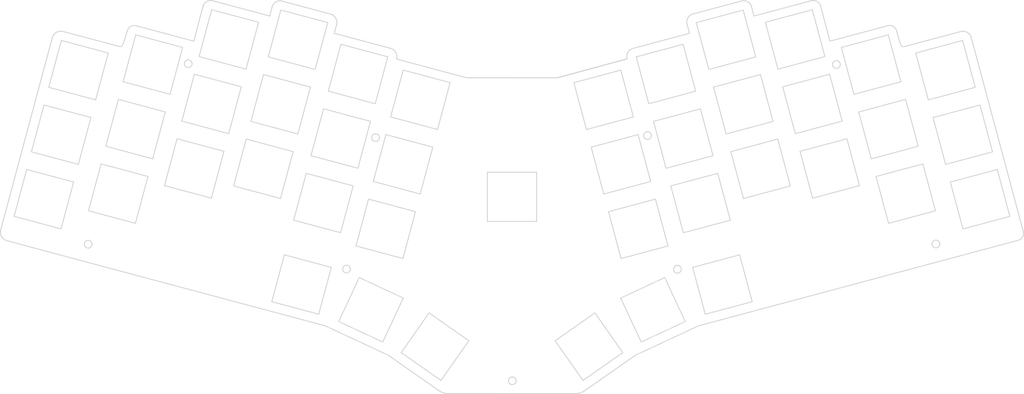
<source format=kicad_pcb>
(kicad_pcb (version 20171130) (host pcbnew "(5.1.10)-1")

  (general
    (thickness 1.6)
    (drawings 288)
    (tracks 0)
    (zones 0)
    (modules 0)
    (nets 1)
  )

  (page A4)
  (layers
    (0 F.Cu signal)
    (31 B.Cu signal)
    (32 B.Adhes user)
    (33 F.Adhes user)
    (34 B.Paste user)
    (35 F.Paste user)
    (36 B.SilkS user)
    (37 F.SilkS user)
    (38 B.Mask user)
    (39 F.Mask user)
    (40 Dwgs.User user)
    (41 Cmts.User user)
    (42 Eco1.User user)
    (43 Eco2.User user)
    (44 Edge.Cuts user)
    (45 Margin user)
    (46 B.CrtYd user)
    (47 F.CrtYd user)
    (48 B.Fab user)
    (49 F.Fab user)
  )

  (setup
    (last_trace_width 0.254)
    (trace_clearance 0.2)
    (zone_clearance 0.508)
    (zone_45_only no)
    (trace_min 0.2)
    (via_size 0.8)
    (via_drill 0.4)
    (via_min_size 0.4)
    (via_min_drill 0.3)
    (uvia_size 0.3)
    (uvia_drill 0.1)
    (uvias_allowed no)
    (uvia_min_size 0.2)
    (uvia_min_drill 0.1)
    (edge_width 0.05)
    (segment_width 0.2)
    (pcb_text_width 0.3)
    (pcb_text_size 1.5 1.5)
    (mod_edge_width 0.12)
    (mod_text_size 1 1)
    (mod_text_width 0.15)
    (pad_size 1.524 1.524)
    (pad_drill 0.762)
    (pad_to_mask_clearance 0)
    (aux_axis_origin 0 0)
    (visible_elements 7FFFFFFF)
    (pcbplotparams
      (layerselection 0x010fc_ffffffff)
      (usegerberextensions false)
      (usegerberattributes true)
      (usegerberadvancedattributes true)
      (creategerberjobfile true)
      (excludeedgelayer true)
      (linewidth 0.100000)
      (plotframeref false)
      (viasonmask false)
      (mode 1)
      (useauxorigin false)
      (hpglpennumber 1)
      (hpglpenspeed 20)
      (hpglpendiameter 15.000000)
      (psnegative false)
      (psa4output false)
      (plotreference true)
      (plotvalue true)
      (plotinvisibletext false)
      (padsonsilk false)
      (subtractmaskfromsilk false)
      (outputformat 1)
      (mirror false)
      (drillshape 0)
      (scaleselection 1)
      (outputdirectory "gerbers/"))
  )

  (net 0 "")

  (net_class Default "This is the default net class."
    (clearance 0.2)
    (trace_width 0.254)
    (via_dia 0.8)
    (via_drill 0.4)
    (uvia_dia 0.3)
    (uvia_drill 0.1)
  )

  (net_class Power ""
    (clearance 0.2)
    (trace_width 0.381)
    (via_dia 0.8)
    (via_drill 0.4)
    (uvia_dia 0.3)
    (uvia_drill 0.1)
  )

  (gr_curve (pts (xy 114.828071 58.759979) (xy 115.151718 59.333787) (xy 115.230816 60.013705) (xy 115.047537 60.646486)) (layer Edge.Cuts) (width 0.25))
  (gr_curve (pts (xy 79.708804 45.797942) (xy 79.86043 45.20784) (xy 80.241738 44.702876) (xy 80.767802 44.395519)) (layer Edge.Cuts) (width 0.25))
  (gr_curve (pts (xy 80.767802 44.395519) (xy 81.293866 44.088162) (xy 81.920995 44.003939) (xy 82.509512 44.161607)) (layer Edge.Cuts) (width 0.25))
  (gr_line (start 98.011607 50.909408) (end 97.341197 53.313506) (layer Edge.Cuts) (width 0.25))
  (gr_line (start 57.450497 55.563947) (end 60.062415 45.661554) (layer Edge.Cuts) (width 0.25))
  (gr_curve (pts (xy 38.488102 52.716419) (xy 38.799953 51.566905) (xy 39.980852 50.883674) (xy 41.131345 51.191901)) (layer Edge.Cuts) (width 0.25))
  (gr_line (start 127.06779 154.960191) (end 112.685337 144.888027) (layer Edge.Cuts) (width 0.25))
  (gr_line (start 165.855782 155.817649) (end 129.778917 155.815208) (layer Edge.Cuts) (width 0.25))
  (gr_curve (pts (xy 96.263841 47.846514) (xy 96.903656 48.017927) (xy 97.448362 48.438071) (xy 97.776646 49.013376)) (layer Edge.Cuts) (width 0.25))
  (gr_curve (pts (xy 61.108637 44.289785) (xy 61.62588 43.989804) (xy 62.241297 43.90817) (xy 62.818861 44.062926)) (layer Edge.Cuts) (width 0.25))
  (gr_line (start 115.047537 60.646486) (end 134.91542 65.967787) (layer Edge.Cuts) (width 0.25))
  (gr_line (start 62.818861 44.062926) (end 79.037957 48.408766) (layer Edge.Cuts) (width 0.25))
  (gr_curve (pts (xy 36.299914 57.065087) (xy 37.138732 57.289847) (xy 37.365168 56.855665) (xy 38.488102 52.716419)) (layer Edge.Cuts) (width 0.25))
  (gr_line (start 112.685337 144.888027) (end 94.765637 136.531427) (layer Edge.Cuts) (width 0.25))
  (gr_curve (pts (xy 4.41232 112.343868) (xy 3.047632 111.977323) (xy 2.237893 110.573716) (xy 2.603715 109.208831)) (layer Edge.Cuts) (width 0.25))
  (gr_curve (pts (xy 129.778917 155.815208) (xy 128.808884 155.815143) (xy 127.862357 155.516633) (xy 127.06779 154.960191)) (layer Edge.Cuts) (width 0.25))
  (gr_line (start 2.603715 109.208831) (end 17.241178 54.596336) (layer Edge.Cuts) (width 0.25))
  (gr_line (start 82.509512 44.161607) (end 96.263841 47.846514) (layer Edge.Cuts) (width 0.25))
  (gr_curve (pts (xy 17.241178 54.596336) (xy 17.599749 53.258504) (xy 18.973572 52.463373) (xy 20.312214 52.818904)) (layer Edge.Cuts) (width 0.25))
  (gr_line (start 79.037957 48.408766) (end 79.708804 45.797942) (layer Edge.Cuts) (width 0.25))
  (gr_curve (pts (xy 97.776646 49.013376) (xy 98.10493 49.588681) (xy 98.189531 50.271372) (xy 98.011607 50.909408)) (layer Edge.Cuts) (width 0.25))
  (gr_line (start 97.341197 53.313506) (end 113.327114 57.596276) (layer Edge.Cuts) (width 0.25))
  (gr_line (start 41.131345 51.191901) (end 57.450497 55.563947) (layer Edge.Cuts) (width 0.25))
  (gr_curve (pts (xy 94.765637 136.531427) (xy 28.305331 118.758018) (xy 25.934592 118.12459) (xy 4.41232 112.343868)) (layer Edge.Cuts) (width 0.25))
  (gr_curve (pts (xy 113.327114 57.596276) (xy 113.963462 57.766759) (xy 114.504423 58.18617) (xy 114.828071 58.759979)) (layer Edge.Cuts) (width 0.25))
  (gr_curve (pts (xy 60.062415 45.661554) (xy 60.214915 45.08339) (xy 60.591393 44.589765) (xy 61.108637 44.289785)) (layer Edge.Cuts) (width 0.25))
  (gr_line (start 20.312214 52.818904) (end 36.299914 57.065087) (layer Edge.Cuts) (width 0.25))
  (gr_line (start 134.91542 65.967787) (end 160.7142 65.972867) (layer Edge.Cuts) (width 0.25))
  (gr_line (start 198.2935 53.316046) (end 197.598594 50.84842) (layer Edge.Cuts) (width 0.25))
  (gr_curve (pts (xy 186.349536 81.293869) (xy 185.904922 81.293869) (xy 185.504088 81.561698) (xy 185.333942 81.972467)) (layer Edge.Cuts) (width 0.25))
  (gr_line (start 216.599282 48.411306) (end 232.876831 44.049804) (layer Edge.Cuts) (width 0.25))
  (gr_curve (pts (xy 267.512117 114.040332) (xy 267.826506 114.354721) (xy 268.299323 114.44877) (xy 268.710093 114.278624)) (layer Edge.Cuts) (width 0.25))
  (gr_curve (pts (xy 214.82978 44.374243) (xy 215.370203 44.68863) (xy 215.762872 45.205626) (xy 215.920716 45.81059)) (layer Edge.Cuts) (width 0.25))
  (gr_curve (pts (xy 232.876831 44.049804) (xy 233.438914 43.899196) (xy 234.037834 43.978642) (xy 234.541213 44.270581)) (layer Edge.Cuts) (width 0.25))
  (gr_line (start 240.019479 61.093783) (end 240.019479 61.093783) (layer Edge.Cuts) (width 0.25))
  (gr_curve (pts (xy 268.710093 114.278624) (xy 269.120861 114.108478) (xy 269.38869 113.707644) (xy 269.38869 113.26303)) (layer Edge.Cuts) (width 0.25))
  (gr_curve (pts (xy 186.770208 83.408734) (xy 187.180978 83.238588) (xy 187.448806 82.837754) (xy 187.448806 82.39314)) (layer Edge.Cuts) (width 0.25))
  (gr_curve (pts (xy 101.606803 119.625668) (xy 101.40065 119.419515) (xy 101.121046 119.303699) (xy 100.829501 119.303699)) (layer Edge.Cuts) (width 0.25))
  (gr_line (start 182.259544 57.612279) (end 198.2935 53.316046) (layer Edge.Cuts) (width 0.25))
  (gr_line (start 268.28942 112.163759) (end 268.28942 112.163759) (layer Edge.Cuts) (width 0.25))
  (gr_line (start 100.829501 119.303699) (end 100.829501 119.303699) (layer Edge.Cuts) (width 0.25))
  (gr_curve (pts (xy 240.796781 61.415752) (xy 240.590628 61.209598) (xy 240.311024 61.093783) (xy 240.019479 61.093783)) (layer Edge.Cuts) (width 0.25))
  (gr_curve (pts (xy 239.242177 62.970355) (xy 239.556566 63.284745) (xy 240.029382 63.378794) (xy 240.440152 63.208647)) (layer Edge.Cuts) (width 0.25))
  (gr_curve (pts (xy 269.38869 113.26303) (xy 269.38869 112.971485) (xy 269.272875 112.691882) (xy 269.066722 112.485728)) (layer Edge.Cuts) (width 0.25))
  (gr_curve (pts (xy 194.092407 121.230307) (xy 194.406796 121.544697) (xy 194.879612 121.638746) (xy 195.290382 121.468599)) (layer Edge.Cuts) (width 0.25))
  (gr_line (start 278.336365 54.537416) (end 293.141593 109.747589) (layer Edge.Cuts) (width 0.25))
  (gr_curve (pts (xy 180.784056 58.75231) (xy 181.103586 58.190228) (xy 181.635017 57.779619) (xy 182.259544 57.612279)) (layer Edge.Cuts) (width 0.25))
  (gr_line (start 235.559391 45.60558) (end 238.186742 55.566487) (layer Edge.Cuts) (width 0.25))
  (gr_curve (pts (xy 185.572234 83.170442) (xy 185.886623 83.484831) (xy 186.359439 83.57888) (xy 186.770208 83.408734)) (layer Edge.Cuts) (width 0.25))
  (gr_curve (pts (xy 147.939645 151.063859) (xy 147.495032 151.063859) (xy 147.094198 151.331688) (xy 146.924052 151.742457)) (layer Edge.Cuts) (width 0.25))
  (gr_curve (pts (xy 148.716947 151.385828) (xy 148.510794 151.179675) (xy 148.23119 151.063859) (xy 147.939645 151.063859)) (layer Edge.Cuts) (width 0.25))
  (gr_curve (pts (xy 195.96898 120.453006) (xy 195.96898 119.845895) (xy 195.47682 119.353735) (xy 194.869709 119.353735)) (layer Edge.Cuts) (width 0.25))
  (gr_curve (pts (xy 257.115731 52.590489) (xy 258.394366 57.284291) (xy 258.482658 57.259019) (xy 259.294137 57.103187)) (layer Edge.Cuts) (width 0.25))
  (gr_curve (pts (xy 197.598594 50.84842) (xy 197.420588 50.21632) (xy 197.503172 49.539258) (xy 197.827898 48.968478)) (layer Edge.Cuts) (width 0.25))
  (gr_line (start 199.326744 47.810798) (end 213.041928 44.135872) (layer Edge.Cuts) (width 0.25))
  (gr_curve (pts (xy 213.041928 44.135872) (xy 213.645842 43.974056) (xy 214.289358 44.059855) (xy 214.82978 44.374243)) (layer Edge.Cuts) (width 0.25))
  (gr_curve (pts (xy 197.827898 48.968478) (xy 198.152623 48.397699) (xy 198.692433 47.980759) (xy 199.326744 47.810798)) (layer Edge.Cuts) (width 0.25))
  (gr_line (start 194.869709 119.353735) (end 194.869709 119.353735) (layer Edge.Cuts) (width 0.25))
  (gr_curve (pts (xy 240.019479 61.093783) (xy 239.574866 61.093783) (xy 239.174031 61.361611) (xy 239.003885 61.772381)) (layer Edge.Cuts) (width 0.25))
  (gr_curve (pts (xy 194.869709 119.353735) (xy 194.425096 119.353735) (xy 194.024261 119.621563) (xy 193.854115 120.032333)) (layer Edge.Cuts) (width 0.25))
  (gr_curve (pts (xy 241.11875 62.193054) (xy 241.11875 61.901509) (xy 241.002934 61.621905) (xy 240.796781 61.415752)) (layer Edge.Cuts) (width 0.25))
  (gr_curve (pts (xy 240.440152 63.208647) (xy 240.850921 63.038501) (xy 241.11875 62.637667) (xy 241.11875 62.193054)) (layer Edge.Cuts) (width 0.25))
  (gr_curve (pts (xy 147.162344 152.940432) (xy 147.476733 153.254821) (xy 147.949549 153.34887) (xy 148.360318 153.178724)) (layer Edge.Cuts) (width 0.25))
  (gr_line (start 186.349536 81.293869) (end 186.349536 81.293869) (layer Edge.Cuts) (width 0.25))
  (gr_curve (pts (xy 185.333942 81.972467) (xy 185.163796 82.383237) (xy 185.257844 82.856053) (xy 185.572234 83.170442)) (layer Edge.Cuts) (width 0.25))
  (gr_curve (pts (xy 149.038916 152.16313) (xy 149.038916 151.871585) (xy 148.923101 151.591982) (xy 148.716947 151.385828)) (layer Edge.Cuts) (width 0.25))
  (gr_curve (pts (xy 146.924052 151.742457) (xy 146.753905 152.153227) (xy 146.847954 152.626043) (xy 147.162344 152.940432)) (layer Edge.Cuts) (width 0.25))
  (gr_curve (pts (xy 239.003885 61.772381) (xy 238.833739 62.18315) (xy 238.927788 62.655966) (xy 239.242177 62.970355)) (layer Edge.Cuts) (width 0.25))
  (gr_curve (pts (xy 268.28942 112.163759) (xy 267.844806 112.163759) (xy 267.443972 112.431588) (xy 267.273825 112.842357)) (layer Edge.Cuts) (width 0.25))
  (gr_curve (pts (xy 267.273825 112.842357) (xy 267.10368 113.253127) (xy 267.197729 113.725943) (xy 267.512117 114.040332)) (layer Edge.Cuts) (width 0.25))
  (gr_line (start 27.449668 112.223703) (end 27.449668 112.223703) (layer Edge.Cuts) (width 0.25))
  (gr_line (start 147.939645 151.063859) (end 147.939645 151.063859) (layer Edge.Cuts) (width 0.25))
  (gr_line (start 182.9519 144.890671) (end 168.566975 154.962926) (layer Edge.Cuts) (width 0.25))
  (gr_curve (pts (xy 187.448806 82.39314) (xy 187.448806 81.78603) (xy 186.956646 81.293869) (xy 186.349536 81.293869)) (layer Edge.Cuts) (width 0.25))
  (gr_line (start 215.920716 45.81059) (end 216.599282 48.411306) (layer Edge.Cuts) (width 0.25))
  (gr_curve (pts (xy 180.55922 60.603305) (xy 180.383546 59.981071) (xy 180.464526 59.314392) (xy 180.784056 58.75231)) (layer Edge.Cuts) (width 0.25))
  (gr_curve (pts (xy 195.290382 121.468599) (xy 195.701151 121.298453) (xy 195.96898 120.897619) (xy 195.96898 120.453006)) (layer Edge.Cuts) (width 0.25))
  (gr_curve (pts (xy 168.566975 154.962926) (xy 167.772369 155.519306) (xy 166.825811 155.817715) (xy 165.855782 155.817649)) (layer Edge.Cuts) (width 0.25))
  (gr_curve (pts (xy 254.630936 51.160331) (xy 255.710964 50.870942) (xy 256.821853 51.511676) (xy 257.115731 52.590489)) (layer Edge.Cuts) (width 0.25))
  (gr_line (start 180.55922 60.603307) (end 180.55922 60.603305) (layer Edge.Cuts) (width 0.25))
  (gr_curve (pts (xy 269.066722 112.485728) (xy 268.860569 112.279575) (xy 268.580964 112.163759) (xy 268.28942 112.163759)) (layer Edge.Cuts) (width 0.25))
  (gr_curve (pts (xy 193.854115 120.032333) (xy 193.683969 120.443102) (xy 193.778018 120.915918) (xy 194.092407 121.230307)) (layer Edge.Cuts) (width 0.25))
  (gr_line (start 160.7142 65.972867) (end 180.55922 60.603307) (layer Edge.Cuts) (width 0.25))
  (gr_line (start 238.186742 55.566487) (end 254.630936 51.160331) (layer Edge.Cuts) (width 0.25))
  (gr_curve (pts (xy 234.541213 44.270581) (xy 235.044592 44.562521) (xy 235.410979 45.042914) (xy 235.559391 45.60558)) (layer Edge.Cuts) (width 0.25))
  (gr_line (start 200.869062 136.534071) (end 182.9519 144.890671) (layer Edge.Cuts) (width 0.25))
  (gr_curve (pts (xy 291.732756 112.188445) (xy 251.766921 122.898904) (xy 250.987565 123.107054) (xy 200.869062 136.534071)) (layer Edge.Cuts) (width 0.25))
  (gr_curve (pts (xy 293.141593 109.747589) (xy 293.426682 110.810715) (xy 292.795924 111.903526) (xy 291.732756 112.188445)) (layer Edge.Cuts) (width 0.25))
  (gr_line (start 259.294137 57.103187) (end 275.369111 52.8217) (layer Edge.Cuts) (width 0.25))
  (gr_curve (pts (xy 275.369111 52.8217) (xy 276.662116 52.477314) (xy 277.989788 53.244997) (xy 278.336365 54.537416)) (layer Edge.Cuts) (width 0.25))
  (gr_curve (pts (xy 148.360318 153.178724) (xy 148.771088 153.008578) (xy 149.038916 152.607744) (xy 149.038916 152.16313)) (layer Edge.Cuts) (width 0.25))
  (gr_line (start 254.76646 53.7775) (end 258.337699 67.10742) (layer Edge.Cuts) (width 0.25))
  (gr_line (start 75.85902 50.19102) (end 72.28778 63.52094) (layer Edge.Cuts) (width 0.25))
  (gr_line (start 130.268359 67.35634) (end 116.93844 63.7851) (layer Edge.Cuts) (width 0.25))
  (gr_line (start 113.3672 77.11502) (end 126.69712 80.68626) (layer Edge.Cuts) (width 0.25))
  (gr_curve (pts (xy 27.449668 114.422245) (xy 28.056779 114.422245) (xy 28.548939 113.930085) (xy 28.548939 113.322974)) (layer Edge.Cuts) (width 0.25))
  (gr_line (start 169.00844 80.6888) (end 182.33836 77.11756) (layer Edge.Cuts) (width 0.25))
  (gr_line (start 70.94158 68.54252) (end 57.61166 64.97128) (layer Edge.Cuts) (width 0.25))
  (gr_curve (pts (xy 100.052199 121.180272) (xy 100.366588 121.494661) (xy 100.839404 121.58871) (xy 101.250174 121.418564)) (layer Edge.Cuts) (width 0.25))
  (gr_curve (pts (xy 28.548939 113.322974) (xy 28.548939 113.031429) (xy 28.433123 112.751826) (xy 28.22697 112.545672)) (layer Edge.Cuts) (width 0.25))
  (gr_curve (pts (xy 26.350397 113.322974) (xy 26.350397 113.930085) (xy 26.842557 114.422245) (xy 27.449668 114.422245)) (layer Edge.Cuts) (width 0.25))
  (gr_curve (pts (xy 55.092172 62.75034) (xy 55.406561 63.064729) (xy 55.879377 63.158778) (xy 56.290147 62.988632)) (layer Edge.Cuts) (width 0.25))
  (gr_line (start 213.5321 46.70868) (end 200.20218 50.27992) (layer Edge.Cuts) (width 0.25))
  (gr_line (start 95.50592 50.27738) (end 82.176 46.70614) (layer Edge.Cuts) (width 0.25))
  (gr_curve (pts (xy 109.510254 84.018588) (xy 109.921023 83.848442) (xy 110.188852 83.447608) (xy 110.188852 83.002994)) (layer Edge.Cuts) (width 0.25))
  (gr_line (start 213.5321 46.70868) (end 217.10334 60.0386) (layer Edge.Cuts) (width 0.25))
  (gr_curve (pts (xy 56.646776 61.195735) (xy 56.440623 60.989583) (xy 56.161019 60.873767) (xy 55.869474 60.873767)) (layer Edge.Cuts) (width 0.25))
  (gr_line (start 160.72042 65.97712) (end 180.56544 60.60756) (layer Edge.Cuts) (width 0.25))
  (gr_line (start 178.76712 63.78764) (end 182.33836 77.11756) (layer Edge.Cuts) (width 0.25))
  (gr_curve (pts (xy 108.312279 83.780296) (xy 108.626668 84.094685) (xy 109.099484 84.188734) (xy 109.510254 84.018588)) (layer Edge.Cuts) (width 0.25))
  (gr_curve (pts (xy 109.089581 81.903723) (xy 108.644967 81.903723) (xy 108.244133 82.171552) (xy 108.073987 82.582321)) (layer Edge.Cuts) (width 0.25))
  (gr_line (start 233.179 46.61978) (end 236.75024 59.9497) (layer Edge.Cuts) (width 0.25))
  (gr_line (start 75.85902 50.19102) (end 62.5291 46.61724) (layer Edge.Cuts) (width 0.25))
  (gr_line (start 223.42032 63.52094) (end 236.75024 59.9497) (layer Edge.Cuts) (width 0.25))
  (gr_line (start 95.50592 50.27738) (end 91.93214 63.6073) (layer Edge.Cuts) (width 0.25))
  (gr_line (start 78.60476 60.03606) (end 82.176 46.70614) (layer Edge.Cuts) (width 0.25))
  (gr_line (start 223.42032 63.52094) (end 219.84908 50.19102) (layer Edge.Cuts) (width 0.25))
  (gr_line (start 254.76646 53.7775) (end 241.43654 57.34874) (layer Edge.Cuts) (width 0.25))
  (gr_curve (pts (xy 55.869474 60.873767) (xy 55.42486 60.873767) (xy 55.024026 61.141595) (xy 54.85388 61.552365)) (layer Edge.Cuts) (width 0.25))
  (gr_curve (pts (xy 101.250174 121.418564) (xy 101.660943 121.248418) (xy 101.928772 120.847584) (xy 101.928772 120.40297)) (layer Edge.Cuts) (width 0.25))
  (gr_curve (pts (xy 99.813907 119.982297) (xy 99.643761 120.393067) (xy 99.73781 120.865883) (xy 100.052199 121.180272)) (layer Edge.Cuts) (width 0.25))
  (gr_curve (pts (xy 100.829501 119.303699) (xy 100.384887 119.303699) (xy 99.984053 119.571528) (xy 99.813907 119.982297)) (layer Edge.Cuts) (width 0.25))
  (gr_line (start 55.869474 60.873767) (end 55.869474 60.873767) (layer Edge.Cuts) (width 0.25))
  (gr_line (start 54.04042 78.3012) (end 57.61166 64.97128) (layer Edge.Cuts) (width 0.25))
  (gr_curve (pts (xy 28.22697 112.545672) (xy 28.020817 112.339519) (xy 27.741213 112.223703) (xy 27.449668 112.223703)) (layer Edge.Cuts) (width 0.25))
  (gr_curve (pts (xy 27.449668 112.223703) (xy 26.842557 112.223703) (xy 26.350397 112.715864) (xy 26.350397 113.322974)) (layer Edge.Cuts) (width 0.25))
  (gr_curve (pts (xy 108.073987 82.582321) (xy 107.903841 82.993091) (xy 107.99789 83.465907) (xy 108.312279 83.780296)) (layer Edge.Cuts) (width 0.25))
  (gr_line (start 58.95786 59.94716) (end 62.5291 46.61724) (layer Edge.Cuts) (width 0.25))
  (gr_line (start 130.268359 67.35634) (end 126.69712 80.68626) (layer Edge.Cuts) (width 0.25))
  (gr_line (start 169.00844 80.6888) (end 165.4372 67.35888) (layer Edge.Cuts) (width 0.25))
  (gr_line (start 203.77342 63.60984) (end 200.20218 50.27992) (layer Edge.Cuts) (width 0.25))
  (gr_line (start 109.089581 81.903723) (end 109.089581 81.903723) (layer Edge.Cuts) (width 0.25))
  (gr_line (start 49.35412 75.70024) (end 45.78034 89.02762) (layer Edge.Cuts) (width 0.25))
  (gr_line (start 58.95786 59.94716) (end 72.28778 63.52094) (layer Edge.Cuts) (width 0.25))
  (gr_line (start 32.45042 85.45638) (end 36.0242 72.12646) (layer Edge.Cuts) (width 0.25))
  (gr_line (start 54.27156 57.3462) (end 40.94164 53.77496) (layer Edge.Cuts) (width 0.25))
  (gr_curve (pts (xy 56.968745 61.973038) (xy 56.968745 61.681493) (xy 56.852929 61.40189) (xy 56.646776 61.195735)) (layer Edge.Cuts) (width 0.25))
  (gr_line (start 203.77342 63.60984) (end 217.10334 60.0386) (layer Edge.Cuts) (width 0.25))
  (gr_curve (pts (xy 56.290147 62.988632) (xy 56.700916 62.818486) (xy 56.968745 62.417652) (xy 56.968745 61.973038)) (layer Edge.Cuts) (width 0.25))
  (gr_curve (pts (xy 109.866883 82.225692) (xy 109.66073 82.019539) (xy 109.381126 81.903723) (xy 109.089581 81.903723)) (layer Edge.Cuts) (width 0.25))
  (gr_line (start 78.60476 60.03606) (end 91.93214 63.6073) (layer Edge.Cuts) (width 0.25))
  (gr_curve (pts (xy 54.85388 61.552365) (xy 54.683734 61.963135) (xy 54.777783 62.435951) (xy 55.092172 62.75034)) (layer Edge.Cuts) (width 0.25))
  (gr_curve (pts (xy 110.188852 83.002994) (xy 110.188852 82.711449) (xy 110.073036 82.431846) (xy 109.866883 82.225692)) (layer Edge.Cuts) (width 0.25))
  (gr_line (start 37.36786 67.10488) (end 40.94164 53.77496) (layer Edge.Cuts) (width 0.25))
  (gr_line (start 178.76712 63.78764) (end 165.4372 67.35888) (layer Edge.Cuts) (width 0.25))
  (gr_line (start 245.00778 70.67866) (end 258.337699 67.10742) (layer Edge.Cuts) (width 0.25))
  (gr_line (start 245.00778 70.67866) (end 241.43654 57.34874) (layer Edge.Cuts) (width 0.25))
  (gr_line (start 233.179 46.61978) (end 219.84908 50.19102) (layer Edge.Cuts) (width 0.25))
  (gr_line (start 49.35412 75.70024) (end 36.0242 72.12646) (layer Edge.Cuts) (width 0.25))
  (gr_line (start 32.45042 85.45638) (end 45.78034 89.02762) (layer Edge.Cuts) (width 0.25))
  (gr_curve (pts (xy 101.928772 120.40297) (xy 101.928772 120.111425) (xy 101.812956 119.831822) (xy 101.606803 119.625668)) (layer Edge.Cuts) (width 0.25))
  (gr_line (start 113.3672 77.11502) (end 116.93844 63.7851) (layer Edge.Cuts) (width 0.25))
  (gr_line (start 54.04042 78.3012) (end 67.37034 81.87244) (layer Edge.Cuts) (width 0.25))
  (gr_line (start 37.36786 67.10488) (end 50.69778 70.67612) (layer Edge.Cuts) (width 0.25))
  (gr_line (start 54.27156 57.3462) (end 50.69778 70.67612) (layer Edge.Cuts) (width 0.25))
  (gr_line (start 90.58848 68.63142) (end 87.0147 81.96134) (layer Edge.Cuts) (width 0.25))
  (gr_line (start 243.01388 83.32532) (end 246.58512 96.65524) (layer Edge.Cuts) (width 0.25))
  (gr_line (start 125.35092 85.71038) (end 112.021 82.13914) (layer Edge.Cuts) (width 0.25))
  (gr_line (start 68.767339 96.7416) (end 82.09726 100.31284) (layer Edge.Cuts) (width 0.25))
  (gr_line (start 201.3909 74.8087) (end 204.96214 88.13862) (layer Edge.Cuts) (width 0.25))
  (gr_line (start 254.84266 107.3842) (end 268.17258 103.81296) (layer Edge.Cuts) (width 0.25))
  (gr_line (start 213.6083 100.31538) (end 226.93822 96.74414) (layer Edge.Cuts) (width 0.25))
  (gr_line (start 120.43348 104.06188) (end 116.86224 117.3918) (layer Edge.Cuts) (width 0.25))
  (gr_line (start 108.44976 95.46906) (end 112.021 82.13914) (layer Edge.Cuts) (width 0.25))
  (gr_line (start 183.68456 82.14168) (end 170.35464 85.71292) (layer Edge.Cuts) (width 0.25))
  (gr_line (start 103.53232 113.82056) (end 116.86224 117.3918) (layer Edge.Cuts) (width 0.25))
  (gr_line (start 183.68456 82.14168) (end 187.2558 95.4716) (layer Edge.Cuts) (width 0.25))
  (gr_line (start 259.683899 72.129) (end 246.35398 75.70024) (layer Edge.Cuts) (width 0.25))
  (gr_line (start 201.3909 74.8087) (end 188.06098 78.37994) (layer Edge.Cuts) (width 0.25))
  (gr_line (start 208.69086 81.96134) (end 205.11962 68.63396) (layer Edge.Cuts) (width 0.25))
  (gr_line (start 206.30834 93.1602) (end 192.97842 96.73144) (layer Edge.Cuts) (width 0.25))
  (gr_line (start 191.63222 91.70986) (end 188.06098 78.37994) (layer Edge.Cuts) (width 0.25))
  (gr_line (start 264.601339 90.48304) (end 251.27142 94.05428) (layer Edge.Cuts) (width 0.25))
  (gr_line (start 66.02414 86.89402) (end 52.69422 83.32278) (layer Edge.Cuts) (width 0.25))
  (gr_line (start 218.44954 65.06018) (end 205.11962 68.63396) (layer Edge.Cuts) (width 0.25))
  (gr_line (start 218.44954 65.06018) (end 222.02078 78.3901) (layer Edge.Cuts) (width 0.25))
  (gr_line (start 249.92522 89.03016) (end 263.255139 85.45892) (layer Edge.Cuts) (width 0.25))
  (gr_line (start 44.43668 94.05174) (end 31.10676 90.4805) (layer Edge.Cuts) (width 0.25))
  (gr_line (start 27.53298 103.81042) (end 40.8629 107.38166) (layer Edge.Cuts) (width 0.25))
  (gr_line (start 27.53298 103.81042) (end 31.10676 90.4805) (layer Edge.Cuts) (width 0.25))
  (gr_line (start 120.43348 104.06188) (end 107.10356 100.49064) (layer Edge.Cuts) (width 0.25))
  (gr_line (start 196.54966 110.06136) (end 192.97842 96.73144) (layer Edge.Cuts) (width 0.25))
  (gr_line (start 85.67104 86.98292) (end 82.09726 100.31284) (layer Edge.Cuts) (width 0.25))
  (gr_line (start 44.43668 94.05174) (end 40.8629 107.38166) (layer Edge.Cuts) (width 0.25))
  (gr_line (start 243.01388 83.32532) (end 229.68396 86.89656) (layer Edge.Cuts) (width 0.25))
  (gr_line (start 213.6083 100.31538) (end 210.03706 86.98546) (layer Edge.Cuts) (width 0.25))
  (gr_line (start 103.53232 113.82056) (end 107.10356 100.49064) (layer Edge.Cuts) (width 0.25))
  (gr_line (start 196.54966 110.06136) (end 209.87958 106.49012) (layer Edge.Cuts) (width 0.25))
  (gr_line (start 233.2552 100.22648) (end 229.68396 86.89656) (layer Edge.Cuts) (width 0.25))
  (gr_line (start 68.767339 96.7416) (end 72.34112 83.41168) (layer Edge.Cuts) (width 0.25))
  (gr_line (start 238.09644 64.97382) (end 224.76652 68.54506) (layer Edge.Cuts) (width 0.25))
  (gr_line (start 238.09644 64.97382) (end 241.66768 78.30374) (layer Edge.Cuts) (width 0.25))
  (gr_line (start 223.36698 83.41422) (end 226.93822 96.74414) (layer Edge.Cuts) (width 0.25))
  (gr_line (start 49.12298 96.6527) (end 52.69422 83.32278) (layer Edge.Cuts) (width 0.25))
  (gr_line (start 228.33776 81.87498) (end 241.66768 78.30374) (layer Edge.Cuts) (width 0.25))
  (gr_line (start 49.12298 96.6527) (end 62.45036 100.22394) (layer Edge.Cuts) (width 0.25))
  (gr_line (start 191.63222 91.70986) (end 204.96214 88.13862) (layer Edge.Cuts) (width 0.25))
  (gr_line (start 70.94158 68.54252) (end 67.37034 81.87244) (layer Edge.Cuts) (width 0.25))
  (gr_line (start 90.58848 68.63142) (end 77.25856 65.05764) (layer Edge.Cuts) (width 0.25))
  (gr_line (start 73.68478 78.38756) (end 77.25856 65.05764) (layer Edge.Cuts) (width 0.25))
  (gr_line (start 108.44976 95.46906) (end 121.77968 99.0403) (layer Edge.Cuts) (width 0.25))
  (gr_line (start 125.35092 85.71038) (end 121.77968 99.0403) (layer Edge.Cuts) (width 0.25))
  (gr_line (start 173.92588 99.04284) (end 187.2558 95.4716) (layer Edge.Cuts) (width 0.25))
  (gr_line (start 173.92588 99.04284) (end 170.35464 85.71292) (layer Edge.Cuts) (width 0.25))
  (gr_line (start 208.69086 81.96134) (end 222.02078 78.3901) (layer Edge.Cuts) (width 0.25))
  (gr_line (start 178.84586 117.39434) (end 175.27208 104.06442) (layer Edge.Cuts) (width 0.25))
  (gr_line (start 249.92522 89.03016) (end 246.35398 75.70024) (layer Edge.Cuts) (width 0.25))
  (gr_line (start 259.683899 72.129) (end 263.255139 85.45892) (layer Edge.Cuts) (width 0.25))
  (gr_line (start 233.2552 100.22648) (end 246.58512 96.65524) (layer Edge.Cuts) (width 0.25))
  (gr_line (start 66.02414 86.89402) (end 62.45036 100.22394) (layer Edge.Cuts) (width 0.25))
  (gr_line (start 254.84266 107.3842) (end 251.27142 94.05428) (layer Edge.Cuts) (width 0.25))
  (gr_line (start 188.602 100.49318) (end 192.17324 113.8231) (layer Edge.Cuts) (width 0.25))
  (gr_line (start 206.30834 93.1602) (end 209.87958 106.49012) (layer Edge.Cuts) (width 0.25))
  (gr_line (start 85.67104 86.98292) (end 72.34112 83.41168) (layer Edge.Cuts) (width 0.25))
  (gr_line (start 188.602 100.49318) (end 175.27208 104.06442) (layer Edge.Cuts) (width 0.25))
  (gr_line (start 223.36698 83.41422) (end 210.03706 86.98546) (layer Edge.Cuts) (width 0.25))
  (gr_line (start 228.33776 81.87498) (end 224.76652 68.54506) (layer Edge.Cuts) (width 0.25))
  (gr_line (start 178.84586 117.39434) (end 192.17324 113.8231) (layer Edge.Cuts) (width 0.25))
  (gr_line (start 73.68478 78.38756) (end 87.0147 81.96134) (layer Edge.Cuts) (width 0.25))
  (gr_line (start 135.594739 140.78012) (end 127.6801 152.08312) (layer Edge.Cuts) (width 0.25))
  (gr_line (start 85.82598 106.48758) (end 89.39976 93.15766) (layer Edge.Cuts) (width 0.25))
  (gr_line (start 6.40272 105.39538) (end 19.73264 108.96662) (layer Edge.Cuts) (width 0.25))
  (gr_line (start 168.02546 152.08566) (end 160.11082 140.78266) (layer Edge.Cuts) (width 0.25))
  (gr_line (start 28.22386 77.285199) (end 14.89394 73.71142) (layer Edge.Cuts) (width 0.25))
  (gr_line (start 112.56456 60.0259) (end 99.23464 56.45212) (layer Edge.Cuts) (width 0.25))
  (gr_line (start 102.72968 96.73144) (end 89.39976 93.15766) (layer Edge.Cuts) (width 0.25))
  (gr_line (start 266.138039 72.26362) (end 262.5668 58.9337) (layer Edge.Cuts) (width 0.25))
  (gr_line (start 16.2376 68.68984) (end 19.81138 55.35992) (layer Edge.Cuts) (width 0.25))
  (gr_line (start 171.41636 132.86548) (end 179.331 144.17102) (layer Edge.Cuts) (width 0.25))
  (gr_line (start 191.2436 122.80708) (end 178.73664 128.63892) (layer Edge.Cuts) (width 0.25))
  (gr_line (start 202.7625 133.24394) (end 216.09242 129.6727) (layer Edge.Cuts) (width 0.25))
  (gr_line (start 33.1413 58.93116) (end 29.56752 72.26108) (layer Edge.Cuts) (width 0.25))
  (gr_line (start 112.56456 60.0259) (end 108.99078 73.35582) (layer Edge.Cuts) (width 0.25))
  (gr_line (start 285.7316 92.068) (end 289.30284 105.39792) (layer Edge.Cuts) (width 0.25))
  (gr_line (start 184.57102 141.14588) (end 197.07798 135.31404) (layer Edge.Cuts) (width 0.25))
  (gr_line (start 107.64712 78.3774) (end 104.07334 91.70732) (layer Edge.Cuts) (width 0.25))
  (gr_line (start 275.97292 108.96916) (end 289.30284 105.39792) (layer Edge.Cuts) (width 0.25))
  (gr_line (start 23.30642 95.6367) (end 19.73264 108.96662) (layer Edge.Cuts) (width 0.25))
  (gr_line (start 196.47346 56.45466) (end 183.14354 60.02844) (layer Edge.Cuts) (width 0.25))
  (gr_line (start 95.66086 69.78204) (end 108.99078 73.35582) (layer Edge.Cuts) (width 0.25))
  (gr_line (start 90.74342 88.13608) (end 94.3172 74.80616) (layer Edge.Cuts) (width 0.25))
  (gr_line (start 33.1413 58.93116) (end 19.81138 55.35992) (layer Edge.Cuts) (width 0.25))
  (gr_line (start 116.3771 144.16848) (end 127.6801 152.08312) (layer Edge.Cuts) (width 0.25))
  (gr_line (start 171.41636 132.86548) (end 160.11082 140.78266) (layer Edge.Cuts) (width 0.25))
  (gr_line (start 95.66086 69.78204) (end 99.23464 56.45212) (layer Edge.Cuts) (width 0.25))
  (gr_line (start 184.57102 141.14588) (end 178.73664 128.63892) (layer Edge.Cuts) (width 0.25))
  (gr_line (start 271.05548 90.61512) (end 284.3854 87.04388) (layer Edge.Cuts) (width 0.25))
  (gr_line (start 116.96892 128.63638) (end 104.46196 122.80454) (layer Edge.Cuts) (width 0.25))
  (gr_line (start 28.22386 77.285199) (end 24.65008 90.61512) (layer Edge.Cuts) (width 0.25))
  (gr_line (start 23.30642 95.6367) (end 9.9765 92.06546) (layer Edge.Cuts) (width 0.25))
  (gr_line (start 212.52118 116.34278) (end 199.19126 119.91402) (layer Edge.Cuts) (width 0.25))
  (gr_line (start 280.81416 73.71396) (end 267.48424 77.285199) (layer Edge.Cuts) (width 0.25))
  (gr_line (start 264.601339 90.48304) (end 268.17258 103.81296) (layer Edge.Cuts) (width 0.25))
  (gr_line (start 96.51684 119.91148) (end 83.18692 116.34024) (layer Edge.Cuts) (width 0.25))
  (gr_line (start 116.96892 128.63638) (end 111.13708 141.14334) (layer Edge.Cuts) (width 0.25))
  (gr_line (start 79.61568 129.67016) (end 92.9456 133.2414) (layer Edge.Cuts) (width 0.25))
  (gr_line (start 79.61568 129.67016) (end 83.18692 116.34024) (layer Edge.Cuts) (width 0.25))
  (gr_line (start 96.51684 119.91148) (end 92.9456 133.2414) (layer Edge.Cuts) (width 0.25))
  (gr_line (start 191.2436 122.80708) (end 197.07798 135.31404) (layer Edge.Cuts) (width 0.25))
  (gr_line (start 212.52118 116.34278) (end 216.09242 129.6727) (layer Edge.Cuts) (width 0.25))
  (gr_line (start 98.63012 135.3115) (end 104.46196 122.80454) (layer Edge.Cuts) (width 0.25))
  (gr_line (start 11.32016 87.04134) (end 14.89394 73.71142) (layer Edge.Cuts) (width 0.25))
  (gr_line (start 275.97292 108.96916) (end 272.40168 95.63924) (layer Edge.Cuts) (width 0.25))
  (gr_line (start 280.81416 73.71396) (end 284.3854 87.04388) (layer Edge.Cuts) (width 0.25))
  (gr_line (start 11.32016 87.04134) (end 24.65008 90.61512) (layer Edge.Cuts) (width 0.25))
  (gr_line (start 202.7625 133.24394) (end 199.19126 119.91402) (layer Edge.Cuts) (width 0.25))
  (gr_line (start 186.71478 73.35582) (end 183.14354 60.02844) (layer Edge.Cuts) (width 0.25))
  (gr_line (start 102.72968 96.73144) (end 99.1559 110.05882) (layer Edge.Cuts) (width 0.25))
  (gr_line (start 186.71478 73.35582) (end 200.0447 69.78458) (layer Edge.Cuts) (width 0.25))
  (gr_line (start 6.40272 105.39538) (end 9.9765 92.06546) (layer Edge.Cuts) (width 0.25))
  (gr_line (start 266.138039 72.26362) (end 279.46796 68.69238) (layer Edge.Cuts) (width 0.25))
  (gr_line (start 98.63012 135.3115) (end 111.13708 141.14334) (layer Edge.Cuts) (width 0.25))
  (gr_line (start 85.82598 106.48758) (end 99.1559 110.05882) (layer Edge.Cuts) (width 0.25))
  (gr_line (start 135.594739 140.78012) (end 124.29174 132.86294) (layer Edge.Cuts) (width 0.25))
  (gr_line (start 168.02546 152.08566) (end 179.331 144.17102) (layer Edge.Cuts) (width 0.25))
  (gr_line (start 16.2376 68.68984) (end 29.56752 72.26108) (layer Edge.Cuts) (width 0.25))
  (gr_line (start 196.47346 56.45466) (end 200.0447 69.78458) (layer Edge.Cuts) (width 0.25))
  (gr_line (start 107.64712 78.3774) (end 94.3172 74.80616) (layer Edge.Cuts) (width 0.25))
  (gr_line (start 90.74342 88.13608) (end 104.07334 91.70732) (layer Edge.Cuts) (width 0.25))
  (gr_line (start 275.89672 55.36246) (end 279.46796 68.69238) (layer Edge.Cuts) (width 0.25))
  (gr_line (start 271.05548 90.61512) (end 267.48424 77.285199) (layer Edge.Cuts) (width 0.25))
  (gr_line (start 116.3771 144.16848) (end 124.29174 132.86294) (layer Edge.Cuts) (width 0.25))
  (gr_line (start 275.89672 55.36246) (end 262.5668 58.9337) (layer Edge.Cuts) (width 0.25))
  (gr_line (start 154.85048 106.83048) (end 154.85048 92.83) (layer Edge.Cuts) (width 0.25))
  (gr_line (start 285.7316 92.068) (end 272.40168 95.63924) (layer Edge.Cuts) (width 0.25))
  (gr_line (start 140.85 106.83048) (end 140.85 92.83) (layer Edge.Cuts) (width 0.25))
  (gr_line (start 154.85048 106.83048) (end 140.85 106.83048) (layer Edge.Cuts) (width 0.25))
  (gr_line (start 140.85 92.83) (end 154.85048 92.83) (layer Edge.Cuts) (width 0.25))

)

</source>
